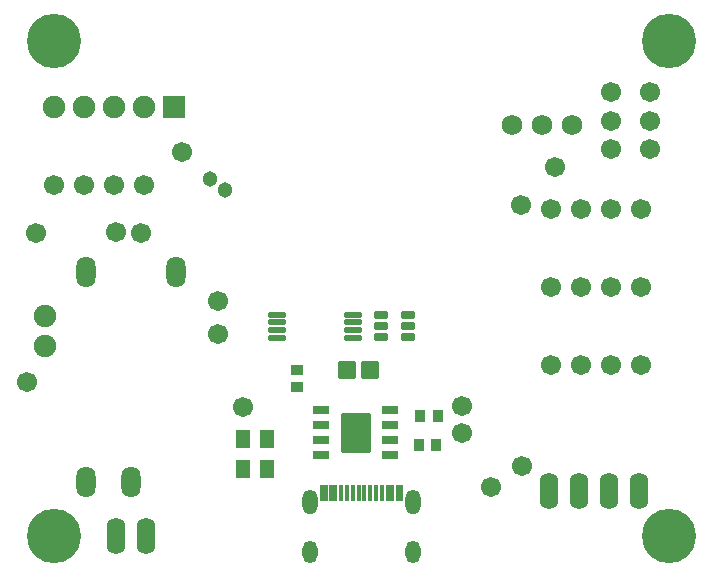
<source format=gbs>
G04 Layer: BottomSolderMaskLayer*
G04 EasyEDA v6.5.34, 2023-09-27 10:23:30*
G04 87bef9fe7c554d65b7a66a9a83d39501,21748b100a60428d983dd69a996fde11,10*
G04 Gerber Generator version 0.2*
G04 Scale: 100 percent, Rotated: No, Reflected: No *
G04 Dimensions in millimeters *
G04 leading zeros omitted , absolute positions ,4 integer and 5 decimal *
%FSLAX45Y45*%
%MOMM*%

%AMMACRO1*1,1,$1,$2,$3*1,1,$1,$4,$5*1,1,$1,0-$2,0-$3*1,1,$1,0-$4,0-$5*20,1,$1,$2,$3,$4,$5,0*20,1,$1,$4,$5,0-$2,0-$3,0*20,1,$1,0-$2,0-$3,0-$4,0-$5,0*20,1,$1,0-$4,0-$5,$2,$3,0*4,1,4,$2,$3,$4,$5,0-$2,0-$3,0-$4,0-$5,$2,$3,0*%
%ADD10MACRO1,0.1016X0.5663X-0.6885X0.5663X0.6885*%
%ADD11MACRO1,0.1016X-0.5663X-0.6885X-0.5663X0.6885*%
%ADD12O,1.6256000000000002X2.6416*%
%ADD13MACRO1,0.1016X-0.705X0.675X-0.705X-0.675*%
%ADD14MACRO1,0.1016X0.705X0.675X0.705X-0.675*%
%ADD15O,1.6015970000000002X0.5015992*%
%ADD16MACRO1,0.1016X-0.4032X0.432X-0.4032X-0.432*%
%ADD17MACRO1,0.1016X0.4032X0.432X0.4032X-0.432*%
%ADD18MACRO1,0.1016X-0.432X-0.4032X0.432X-0.4032*%
%ADD19MACRO1,0.1016X-0.432X0.4032X0.432X0.4032*%
%ADD20MACRO1,0.1016X-0.6X0.3X-0.6X-0.3*%
%ADD21MACRO1,0.1016X1.2X-1.65X1.2X1.65*%
%ADD22MACRO1,0.1016X0.536X-0.266X0.536X0.266*%
%ADD23MACRO1,0.1016X0.15X0.65X-0.15X0.65*%
%ADD24O,1.3015976000000002X1.9015964*%
%ADD25O,1.3015976000000002X2.1015960000000002*%
%ADD26C,1.9016*%
%ADD27C,1.7016*%
%ADD28C,1.7272*%
%ADD29MACRO1,0.1016X0.9X-0.9X-0.9X-0.9*%
%ADD30O,1.6015970000000002X3.101594*%
%ADD31C,4.6016*%
%ADD32C,1.3016*%

%LPD*%
D10*
G01*
X3633795Y-317500D03*
D11*
G01*
X3833804Y-317500D03*
D10*
G01*
X3633795Y-63500D03*
D11*
G01*
X3833804Y-63500D03*
D12*
G01*
X2679700Y-431800D03*
G01*
X2298700Y-431800D03*
G01*
X3060700Y1346200D03*
G01*
X2298700Y1346200D03*
D13*
G01*
X4710102Y520700D03*
D14*
G01*
X4510097Y520700D03*
D15*
G01*
X4561840Y986510D03*
G01*
X4561840Y921486D03*
G01*
X4561840Y856462D03*
G01*
X4561840Y791438D03*
G01*
X3921759Y986510D03*
G01*
X3921759Y921486D03*
G01*
X3921759Y856462D03*
G01*
X3921759Y791438D03*
D16*
G01*
X5269624Y-114300D03*
D17*
G01*
X5118975Y-114300D03*
D18*
G01*
X4089400Y519824D03*
D19*
G01*
X4089400Y369175D03*
D16*
G01*
X5282324Y127000D03*
D17*
G01*
X5131675Y127000D03*
D20*
G01*
X4875530Y177800D03*
G01*
X4875530Y50800D03*
G01*
X4875530Y-76200D03*
G01*
X4875530Y-203200D03*
G01*
X4293869Y-203200D03*
G01*
X4293869Y-76200D03*
G01*
X4293869Y50800D03*
G01*
X4293869Y177800D03*
D21*
G01*
X4584700Y-12701D03*
D22*
G01*
X4799990Y794003D03*
G01*
X4799990Y889000D03*
G01*
X4799990Y983996D03*
G01*
X5029809Y983996D03*
G01*
X5029809Y889000D03*
G01*
X5029809Y794003D03*
D23*
G01*
X4300499Y-527276D03*
G01*
X4810504Y-527281D03*
G01*
X4760492Y-527281D03*
G01*
X4710504Y-527278D03*
G01*
X4660492Y-527281D03*
G01*
X4610505Y-527278D03*
G01*
X4560492Y-527281D03*
G01*
X4510530Y-527281D03*
G01*
X4460492Y-527281D03*
G01*
X4970494Y-527293D03*
G01*
X4940496Y-527278D03*
G01*
X4890493Y-527293D03*
G01*
X4860498Y-527291D03*
G01*
X4410501Y-527293D03*
G01*
X4380489Y-527291D03*
G01*
X4330499Y-527276D03*
D24*
G01*
X4202988Y-1022095D03*
D25*
G01*
X4202988Y-604113D03*
G01*
X5068011Y-604113D03*
D24*
G01*
X5068011Y-1022095D03*
D26*
G01*
X1955800Y977900D03*
G01*
X1955800Y723900D03*
D27*
G01*
X6235700Y558927D03*
G01*
X6489700Y558927D03*
G01*
X6743700Y558927D03*
G01*
X6997700Y558927D03*
G01*
X6235700Y1219327D03*
G01*
X6489700Y1219327D03*
G01*
X6743700Y1219327D03*
G01*
X6997700Y1219327D03*
G01*
X6235700Y1879727D03*
G01*
X6489700Y1879727D03*
G01*
X6743700Y1879727D03*
G01*
X6997700Y1879727D03*
G01*
X2794000Y2082800D03*
G01*
X2540000Y2082800D03*
G01*
X2286000Y2082800D03*
G01*
X2032000Y2082800D03*
D28*
G01*
X5905500Y2590800D03*
G01*
X6159500Y2590800D03*
G01*
X6413500Y2590800D03*
D26*
G01*
X2032000Y2743200D03*
G01*
X2286000Y2743200D03*
G01*
X2540000Y2743200D03*
G01*
X2794000Y2743200D03*
D29*
G01*
X3048000Y2743200D03*
D30*
G01*
X6223000Y-508000D03*
G01*
X6477000Y-508000D03*
G01*
X6731000Y-508000D03*
G01*
X6985000Y-508000D03*
G01*
X2552700Y-889000D03*
G01*
X2806700Y-889000D03*
D27*
G01*
X2768600Y1676400D03*
G01*
X2552700Y1689100D03*
G01*
X3416300Y1104900D03*
G01*
X3416300Y825500D03*
G01*
X5994400Y-292100D03*
G01*
X5486400Y-12700D03*
G01*
X5981700Y1917700D03*
G01*
X6743700Y2870200D03*
G01*
X6743700Y2628900D03*
G01*
X6743700Y2387600D03*
G01*
X7073900Y2870200D03*
G01*
X7073900Y2628900D03*
G01*
X7073900Y2387600D03*
D31*
G01*
X2032000Y3302000D03*
G01*
X2032000Y-889000D03*
G01*
X7239000Y3302000D03*
G01*
X7239000Y-889000D03*
D27*
G01*
X3632200Y203200D03*
G01*
X3111500Y2362200D03*
G01*
X5486400Y215900D03*
G01*
X6273800Y2235200D03*
D32*
G01*
X3352800Y2133600D03*
G01*
X3479800Y2044700D03*
D27*
G01*
X5727700Y-469900D03*
G01*
X1803400Y419100D03*
G01*
X1879600Y1676400D03*
M02*

</source>
